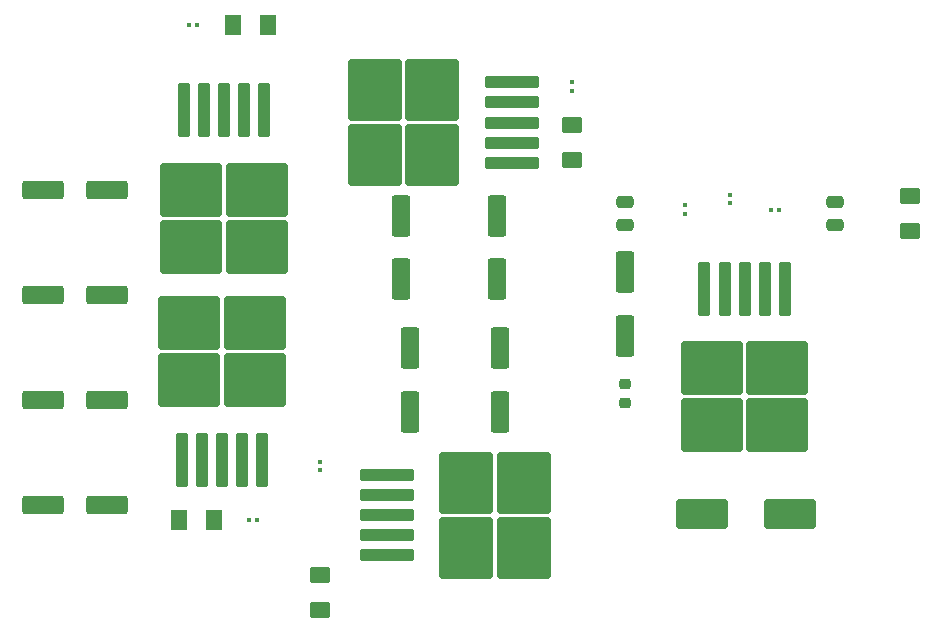
<source format=gbr>
%TF.GenerationSoftware,KiCad,Pcbnew,9.0.1*%
%TF.CreationDate,2025-05-28T17:40:13+05:30*%
%TF.ProjectId,3levelstepDownIter2,336c6576-656c-4737-9465-70446f776e49,rev?*%
%TF.SameCoordinates,Original*%
%TF.FileFunction,Paste,Top*%
%TF.FilePolarity,Positive*%
%FSLAX46Y46*%
G04 Gerber Fmt 4.6, Leading zero omitted, Abs format (unit mm)*
G04 Created by KiCad (PCBNEW 9.0.1) date 2025-05-28 17:40:13*
%MOMM*%
%LPD*%
G01*
G04 APERTURE LIST*
G04 Aperture macros list*
%AMRoundRect*
0 Rectangle with rounded corners*
0 $1 Rounding radius*
0 $2 $3 $4 $5 $6 $7 $8 $9 X,Y pos of 4 corners*
0 Add a 4 corners polygon primitive as box body*
4,1,4,$2,$3,$4,$5,$6,$7,$8,$9,$2,$3,0*
0 Add four circle primitives for the rounded corners*
1,1,$1+$1,$2,$3*
1,1,$1+$1,$4,$5*
1,1,$1+$1,$6,$7*
1,1,$1+$1,$8,$9*
0 Add four rect primitives between the rounded corners*
20,1,$1+$1,$2,$3,$4,$5,0*
20,1,$1+$1,$4,$5,$6,$7,0*
20,1,$1+$1,$6,$7,$8,$9,0*
20,1,$1+$1,$8,$9,$2,$3,0*%
G04 Aperture macros list end*
%ADD10RoundRect,0.079500X0.100500X-0.079500X0.100500X0.079500X-0.100500X0.079500X-0.100500X-0.079500X0*%
%ADD11RoundRect,0.250001X0.624999X-0.462499X0.624999X0.462499X-0.624999X0.462499X-0.624999X-0.462499X0*%
%ADD12RoundRect,0.079500X-0.079500X-0.100500X0.079500X-0.100500X0.079500X0.100500X-0.079500X0.100500X0*%
%ADD13RoundRect,0.079500X0.079500X0.100500X-0.079500X0.100500X-0.079500X-0.100500X0.079500X-0.100500X0*%
%ADD14RoundRect,0.250000X-2.025000X-2.375000X2.025000X-2.375000X2.025000X2.375000X-2.025000X2.375000X0*%
%ADD15RoundRect,0.250000X-2.050000X-0.300000X2.050000X-0.300000X2.050000X0.300000X-2.050000X0.300000X0*%
%ADD16RoundRect,0.250000X-1.500000X-0.550000X1.500000X-0.550000X1.500000X0.550000X-1.500000X0.550000X0*%
%ADD17RoundRect,0.250000X0.550000X-1.500000X0.550000X1.500000X-0.550000X1.500000X-0.550000X-1.500000X0*%
%ADD18RoundRect,0.250000X-0.550000X1.500000X-0.550000X-1.500000X0.550000X-1.500000X0.550000X1.500000X0*%
%ADD19RoundRect,0.250000X2.025000X2.375000X-2.025000X2.375000X-2.025000X-2.375000X2.025000X-2.375000X0*%
%ADD20RoundRect,0.250000X2.050000X0.300000X-2.050000X0.300000X-2.050000X-0.300000X2.050000X-0.300000X0*%
%ADD21RoundRect,0.250000X-2.375000X2.025000X-2.375000X-2.025000X2.375000X-2.025000X2.375000X2.025000X0*%
%ADD22RoundRect,0.250000X-0.300000X2.050000X-0.300000X-2.050000X0.300000X-2.050000X0.300000X2.050000X0*%
%ADD23RoundRect,0.250001X-0.624999X0.462499X-0.624999X-0.462499X0.624999X-0.462499X0.624999X0.462499X0*%
%ADD24RoundRect,0.250000X1.950000X1.000000X-1.950000X1.000000X-1.950000X-1.000000X1.950000X-1.000000X0*%
%ADD25RoundRect,0.225000X0.250000X-0.225000X0.250000X0.225000X-0.250000X0.225000X-0.250000X-0.225000X0*%
%ADD26RoundRect,0.079500X-0.100500X0.079500X-0.100500X-0.079500X0.100500X-0.079500X0.100500X0.079500X0*%
%ADD27RoundRect,0.250001X-0.462499X-0.624999X0.462499X-0.624999X0.462499X0.624999X-0.462499X0.624999X0*%
%ADD28RoundRect,0.250000X0.475000X-0.250000X0.475000X0.250000X-0.475000X0.250000X-0.475000X-0.250000X0*%
%ADD29RoundRect,0.250000X2.375000X-2.025000X2.375000X2.025000X-2.375000X2.025000X-2.375000X-2.025000X0*%
%ADD30RoundRect,0.250000X0.300000X-2.050000X0.300000X2.050000X-0.300000X2.050000X-0.300000X-2.050000X0*%
G04 APERTURE END LIST*
D10*
%TO.C,L5*%
X143275000Y-81480000D03*
X143275000Y-80790000D03*
%TD*%
D11*
%TO.C,D5*%
X158515000Y-83892500D03*
X158515000Y-80917500D03*
%TD*%
D12*
%TO.C,R1*%
X146740000Y-82060000D03*
X147430000Y-82060000D03*
%TD*%
D13*
%TO.C,L3*%
X103276000Y-108331000D03*
X102586000Y-108331000D03*
%TD*%
D14*
%TO.C,U3*%
X120995000Y-105175000D03*
X120995000Y-110725000D03*
X125845000Y-105175000D03*
X125845000Y-110725000D03*
D15*
X114270000Y-104550000D03*
X114270000Y-106250000D03*
X114270000Y-107950000D03*
X114270000Y-109650000D03*
X114270000Y-111350000D03*
%TD*%
D16*
%TO.C,C7*%
X85151000Y-80391000D03*
X90551000Y-80391000D03*
%TD*%
D17*
%TO.C,C9*%
X134385000Y-92725000D03*
X134385000Y-87325000D03*
%TD*%
D10*
%TO.C,R2*%
X139465000Y-82405000D03*
X139465000Y-81715000D03*
%TD*%
D18*
%TO.C,C3*%
X116235000Y-93820000D03*
X116235000Y-99220000D03*
%TD*%
D19*
%TO.C,U2*%
X118110000Y-77470000D03*
X118110000Y-71920000D03*
X113260000Y-77470000D03*
X113260000Y-71920000D03*
D20*
X124835000Y-78095000D03*
X124835000Y-76395000D03*
X124835000Y-74695000D03*
X124835000Y-72995000D03*
X124835000Y-71295000D03*
%TD*%
D17*
%TO.C,C1*%
X115415000Y-87965000D03*
X115415000Y-82565000D03*
%TD*%
D12*
%TO.C,L4*%
X97481000Y-66421000D03*
X98171000Y-66421000D03*
%TD*%
D21*
%TO.C,U4*%
X103251000Y-80391000D03*
X97701000Y-80391000D03*
X103251000Y-85241000D03*
X97701000Y-85241000D03*
D22*
X103876000Y-73666000D03*
X102176000Y-73666000D03*
X100476000Y-73666000D03*
X98776000Y-73666000D03*
X97076000Y-73666000D03*
%TD*%
D16*
%TO.C,C5*%
X85151000Y-98171000D03*
X90551000Y-98171000D03*
%TD*%
D23*
%TO.C,D2*%
X108615000Y-113030000D03*
X108615000Y-116005000D03*
%TD*%
D17*
%TO.C,C2*%
X123565000Y-87965000D03*
X123565000Y-82565000D03*
%TD*%
D24*
%TO.C,C10*%
X148355000Y-107805000D03*
X140955000Y-107805000D03*
%TD*%
D18*
%TO.C,C4*%
X123855000Y-93820000D03*
X123855000Y-99220000D03*
%TD*%
D25*
%TO.C,C11*%
X134385000Y-98420000D03*
X134385000Y-96870000D03*
%TD*%
D26*
%TO.C,L2*%
X108615000Y-103450000D03*
X108615000Y-104140000D03*
%TD*%
D27*
%TO.C,D3*%
X96683500Y-108331000D03*
X99658500Y-108331000D03*
%TD*%
D16*
%TO.C,C6*%
X85151000Y-107061000D03*
X90551000Y-107061000D03*
%TD*%
D23*
%TO.C,D1*%
X129915000Y-74887500D03*
X129915000Y-77862500D03*
%TD*%
D28*
%TO.C,C13*%
X152165000Y-83355000D03*
X152165000Y-81455000D03*
%TD*%
D29*
%TO.C,U1*%
X97506000Y-96526000D03*
X103056000Y-96526000D03*
X97506000Y-91676000D03*
X103056000Y-91676000D03*
D30*
X96881000Y-103251000D03*
X98581000Y-103251000D03*
X100281000Y-103251000D03*
X101981000Y-103251000D03*
X103681000Y-103251000D03*
%TD*%
D27*
%TO.C,D4*%
X101255500Y-66421000D03*
X104230500Y-66421000D03*
%TD*%
D21*
%TO.C,U5*%
X147320000Y-95480000D03*
X141770000Y-95480000D03*
X147320000Y-100330000D03*
X141770000Y-100330000D03*
D22*
X147945000Y-88755000D03*
X146245000Y-88755000D03*
X144545000Y-88755000D03*
X142845000Y-88755000D03*
X141145000Y-88755000D03*
%TD*%
D26*
%TO.C,L1*%
X129915000Y-71295000D03*
X129915000Y-71985000D03*
%TD*%
D16*
%TO.C,C8*%
X85151000Y-89281000D03*
X90551000Y-89281000D03*
%TD*%
D28*
%TO.C,C12*%
X134385000Y-83355000D03*
X134385000Y-81455000D03*
%TD*%
M02*

</source>
